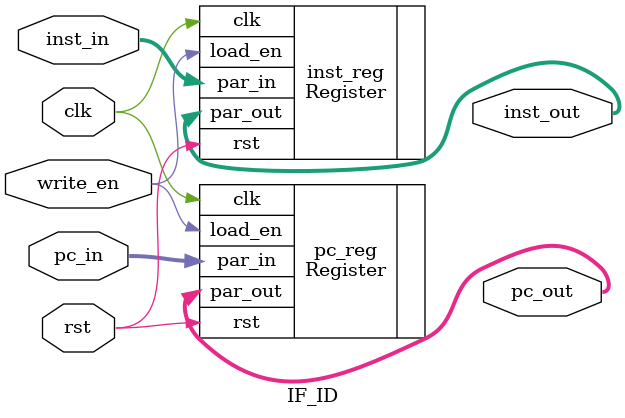
<source format=v>

`include "inner_modules/Register.v"

module IF_ID (
    inst_in,
    pc_in,
    write_en,
    clk,
    rst,
    inst_out,
    pc_out
);

  input [31:0] inst_in, pc_in;
  input write_en, clk, rst;

  output [31:0] inst_out, pc_out;

  Register #(
      .word_len(32)
  ) inst_reg (
      .par_in(inst_in),
      .clk(clk),
      .rst(rst),
      .load_en(write_en),
      .par_out(inst_out)
  );

  Register #(
      .word_len(32)
  ) pc_reg (
      .par_in(pc_in),
      .clk(clk),
      .rst(rst),
      .load_en(write_en),
      .par_out(pc_out)
  );

endmodule

</source>
